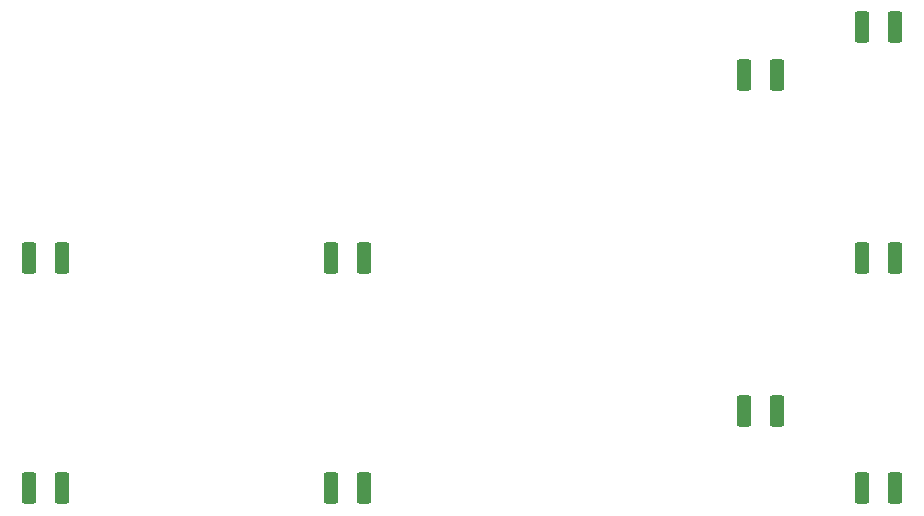
<source format=gbr>
%TF.GenerationSoftware,KiCad,Pcbnew,(6.0.0)*%
%TF.CreationDate,2022-06-05T14:16:53+02:00*%
%TF.ProjectId,Qlab_macro_keyboard,516c6162-5f6d-4616-9372-6f5f6b657962,rev?*%
%TF.SameCoordinates,Original*%
%TF.FileFunction,Paste,Top*%
%TF.FilePolarity,Positive*%
%FSLAX46Y46*%
G04 Gerber Fmt 4.6, Leading zero omitted, Abs format (unit mm)*
G04 Created by KiCad (PCBNEW (6.0.0)) date 2022-06-05 14:16:53*
%MOMM*%
%LPD*%
G01*
G04 APERTURE LIST*
G04 Aperture macros list*
%AMRoundRect*
0 Rectangle with rounded corners*
0 $1 Rounding radius*
0 $2 $3 $4 $5 $6 $7 $8 $9 X,Y pos of 4 corners*
0 Add a 4 corners polygon primitive as box body*
4,1,4,$2,$3,$4,$5,$6,$7,$8,$9,$2,$3,0*
0 Add four circle primitives for the rounded corners*
1,1,$1+$1,$2,$3*
1,1,$1+$1,$4,$5*
1,1,$1+$1,$6,$7*
1,1,$1+$1,$8,$9*
0 Add four rect primitives between the rounded corners*
20,1,$1+$1,$2,$3,$4,$5,0*
20,1,$1+$1,$4,$5,$6,$7,0*
20,1,$1+$1,$6,$7,$8,$9,0*
20,1,$1+$1,$8,$9,$2,$3,0*%
G04 Aperture macros list end*
%ADD10RoundRect,0.250000X0.375000X1.075000X-0.375000X1.075000X-0.375000X-1.075000X0.375000X-1.075000X0*%
%ADD11RoundRect,0.250000X-0.375000X-1.075000X0.375000X-1.075000X0.375000X1.075000X-0.375000X1.075000X0*%
G04 APERTURE END LIST*
D10*
%TO.C,D5*%
X127900000Y-81000000D03*
X125100000Y-81000000D03*
%TD*%
%TO.C,D4*%
X92900000Y-116000000D03*
X90100000Y-116000000D03*
%TD*%
D11*
%TO.C,D8*%
X135100000Y-96500000D03*
X137900000Y-96500000D03*
%TD*%
D10*
%TO.C,D1*%
X67400000Y-96500000D03*
X64600000Y-96500000D03*
%TD*%
D11*
%TO.C,D9*%
X135100000Y-116000000D03*
X137900000Y-116000000D03*
%TD*%
D10*
%TO.C,D2*%
X67400000Y-116000000D03*
X64600000Y-116000000D03*
%TD*%
%TO.C,D3*%
X92900000Y-96500000D03*
X90100000Y-96500000D03*
%TD*%
D11*
%TO.C,D7*%
X135100000Y-77000000D03*
X137900000Y-77000000D03*
%TD*%
D10*
%TO.C,D6*%
X127900000Y-109500000D03*
X125100000Y-109500000D03*
%TD*%
M02*

</source>
